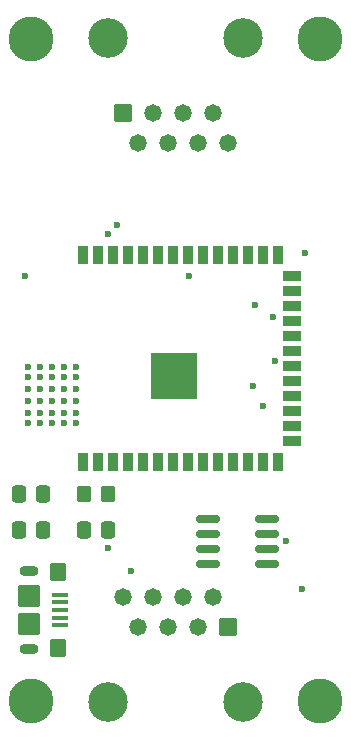
<source format=gts>
%TF.GenerationSoftware,KiCad,Pcbnew,8.0.1-8.0.1-1~ubuntu22.04.1*%
%TF.CreationDate,2024-04-18T01:12:43-04:00*%
%TF.ProjectId,esp32_rover_devkit,65737033-325f-4726-9f76-65725f646576,rev?*%
%TF.SameCoordinates,Original*%
%TF.FileFunction,Soldermask,Top*%
%TF.FilePolarity,Negative*%
%FSLAX46Y46*%
G04 Gerber Fmt 4.6, Leading zero omitted, Abs format (unit mm)*
G04 Created by KiCad (PCBNEW 8.0.1-8.0.1-1~ubuntu22.04.1) date 2024-04-18 01:12:43*
%MOMM*%
%LPD*%
G01*
G04 APERTURE LIST*
G04 Aperture macros list*
%AMRoundRect*
0 Rectangle with rounded corners*
0 $1 Rounding radius*
0 $2 $3 $4 $5 $6 $7 $8 $9 X,Y pos of 4 corners*
0 Add a 4 corners polygon primitive as box body*
4,1,4,$2,$3,$4,$5,$6,$7,$8,$9,$2,$3,0*
0 Add four circle primitives for the rounded corners*
1,1,$1+$1,$2,$3*
1,1,$1+$1,$4,$5*
1,1,$1+$1,$6,$7*
1,1,$1+$1,$8,$9*
0 Add four rect primitives between the rounded corners*
20,1,$1+$1,$2,$3,$4,$5,0*
20,1,$1+$1,$4,$5,$6,$7,0*
20,1,$1+$1,$6,$7,$8,$9,0*
20,1,$1+$1,$8,$9,$2,$3,0*%
G04 Aperture macros list end*
%ADD10C,2.600000*%
%ADD11C,3.800000*%
%ADD12RoundRect,0.250000X0.337500X0.475000X-0.337500X0.475000X-0.337500X-0.475000X0.337500X-0.475000X0*%
%ADD13RoundRect,0.150000X-0.825000X-0.150000X0.825000X-0.150000X0.825000X0.150000X-0.825000X0.150000X0*%
%ADD14RoundRect,0.250000X-0.350000X-0.450000X0.350000X-0.450000X0.350000X0.450000X-0.350000X0.450000X0*%
%ADD15R,0.900000X1.500000*%
%ADD16R,1.500000X0.900000*%
%ADD17R,3.900000X3.900000*%
%ADD18RoundRect,0.100000X-0.575000X0.100000X-0.575000X-0.100000X0.575000X-0.100000X0.575000X0.100000X0*%
%ADD19O,1.600000X0.900000*%
%ADD20RoundRect,0.250000X-0.450000X0.550000X-0.450000X-0.550000X0.450000X-0.550000X0.450000X0.550000X0*%
%ADD21RoundRect,0.250000X-0.700000X0.700000X-0.700000X-0.700000X0.700000X-0.700000X0.700000X0.700000X0*%
%ADD22C,3.350000*%
%ADD23RoundRect,0.102000X0.634000X0.634000X-0.634000X0.634000X-0.634000X-0.634000X0.634000X-0.634000X0*%
%ADD24C,1.472000*%
%ADD25RoundRect,0.102000X-0.634000X-0.634000X0.634000X-0.634000X0.634000X0.634000X-0.634000X0.634000X0*%
%ADD26C,0.600000*%
G04 APERTURE END LIST*
D10*
%TO.C,H2*%
X46000000Y-23000000D03*
D11*
X46000000Y-23000000D03*
%TD*%
D10*
%TO.C,H4*%
X46000000Y-79000000D03*
D11*
X46000000Y-79000000D03*
%TD*%
D12*
%TO.C,C2*%
X22537500Y-61500000D03*
X20462500Y-61500000D03*
%TD*%
%TO.C,C3*%
X28037500Y-64500000D03*
X25962500Y-64500000D03*
%TD*%
D13*
%TO.C,U5*%
X36525000Y-63595000D03*
X36525000Y-64865000D03*
X36525000Y-66135000D03*
X36525000Y-67405000D03*
X41475000Y-67405000D03*
X41475000Y-66135000D03*
X41475000Y-64865000D03*
X41475000Y-63595000D03*
%TD*%
D12*
%TO.C,C1*%
X22537500Y-64500000D03*
X20462500Y-64500000D03*
%TD*%
D14*
%TO.C,R1*%
X26000000Y-61500000D03*
X28000000Y-61500000D03*
%TD*%
D15*
%TO.C,U1*%
X25880000Y-58750000D03*
X27150000Y-58750000D03*
X28420000Y-58750000D03*
X29690000Y-58750000D03*
X30960000Y-58750000D03*
X32230000Y-58750000D03*
X33500000Y-58750000D03*
X34770000Y-58750000D03*
X36040000Y-58750000D03*
X37310000Y-58750000D03*
X38580000Y-58750000D03*
X39850000Y-58750000D03*
X41120000Y-58750000D03*
X42390000Y-58750000D03*
D16*
X43640000Y-56985000D03*
X43640000Y-55715000D03*
X43640000Y-54445000D03*
X43640000Y-53175000D03*
X43640000Y-51905000D03*
X43640000Y-50635000D03*
X43640000Y-49365000D03*
X43640000Y-48095000D03*
X43640000Y-46825000D03*
X43640000Y-45555000D03*
X43640000Y-44285000D03*
X43640000Y-43015000D03*
D15*
X42390000Y-41250000D03*
X41120000Y-41250000D03*
X39850000Y-41250000D03*
X38580000Y-41250000D03*
X37310000Y-41250000D03*
X36040000Y-41250000D03*
X34770000Y-41250000D03*
X33500000Y-41250000D03*
X32230000Y-41250000D03*
X30960000Y-41250000D03*
X29690000Y-41250000D03*
X28420000Y-41250000D03*
X27150000Y-41250000D03*
X25880000Y-41250000D03*
D17*
X33600000Y-51500000D03*
%TD*%
D10*
%TO.C,H3*%
X21500000Y-79000000D03*
D11*
X21500000Y-79000000D03*
%TD*%
D10*
%TO.C,H1*%
X21500000Y-23000000D03*
D11*
X21500000Y-23000000D03*
%TD*%
D18*
%TO.C,J1*%
X24000000Y-70000000D03*
X24000000Y-70650000D03*
X24000000Y-71300000D03*
X24000000Y-71950000D03*
X24000000Y-72600000D03*
D19*
X21325000Y-68000000D03*
D20*
X23775000Y-68100000D03*
D21*
X21325000Y-70100000D03*
X21325000Y-72500000D03*
D20*
X23775000Y-74500000D03*
D19*
X21325000Y-74600000D03*
%TD*%
D22*
%TO.C,J3*%
X39500000Y-79120000D03*
X28068000Y-79120000D03*
D23*
X38229000Y-72770000D03*
D24*
X36959000Y-70230000D03*
X35689000Y-72770000D03*
X34419000Y-70230000D03*
X33149000Y-72770000D03*
X31879000Y-70230000D03*
X30609000Y-72770000D03*
X29339000Y-70230000D03*
%TD*%
D22*
%TO.C,J2*%
X28068000Y-22880000D03*
X39500000Y-22880000D03*
D25*
X29339000Y-29230000D03*
D24*
X30609000Y-31770000D03*
X31879000Y-29230000D03*
X33149000Y-31770000D03*
X34419000Y-29230000D03*
X35689000Y-31770000D03*
X36959000Y-29230000D03*
X38229000Y-31770000D03*
%TD*%
D26*
X34000000Y-52600000D03*
X35000000Y-52600000D03*
X34000000Y-51400000D03*
X33100000Y-51400000D03*
X35000000Y-51400000D03*
X34000000Y-50200000D03*
X35000000Y-50200000D03*
X28800000Y-38700000D03*
X40300000Y-52300000D03*
X41200000Y-54000000D03*
X42200000Y-50240000D03*
X21300000Y-55500000D03*
X25300000Y-55500000D03*
X22300000Y-55500000D03*
X23300000Y-55500000D03*
X24300000Y-55500000D03*
X21300000Y-54600000D03*
X25300000Y-54600000D03*
X22300000Y-54600000D03*
X23300000Y-54600000D03*
X24300000Y-54600000D03*
X21300000Y-53600000D03*
X25300000Y-53600000D03*
X22300000Y-53600000D03*
X23300000Y-53600000D03*
X24300000Y-53600000D03*
X21300000Y-52600000D03*
X25300000Y-52600000D03*
X22300000Y-52600000D03*
X23300000Y-52600000D03*
X24300000Y-52600000D03*
X21300000Y-51600000D03*
X25300000Y-51600000D03*
X22300000Y-51600000D03*
X23300000Y-51600000D03*
X24300000Y-51600000D03*
X25300000Y-50700000D03*
X24300000Y-50700000D03*
X23300000Y-50700000D03*
X22300000Y-50700000D03*
X21300000Y-50700000D03*
X28037500Y-66037500D03*
X34861805Y-43006449D03*
X43122102Y-65429103D03*
X21000000Y-43000000D03*
X44500000Y-69500000D03*
X30000000Y-68000000D03*
X44700000Y-41100000D03*
X28000000Y-39500000D03*
X40500000Y-45500000D03*
X42000000Y-46500000D03*
M02*

</source>
